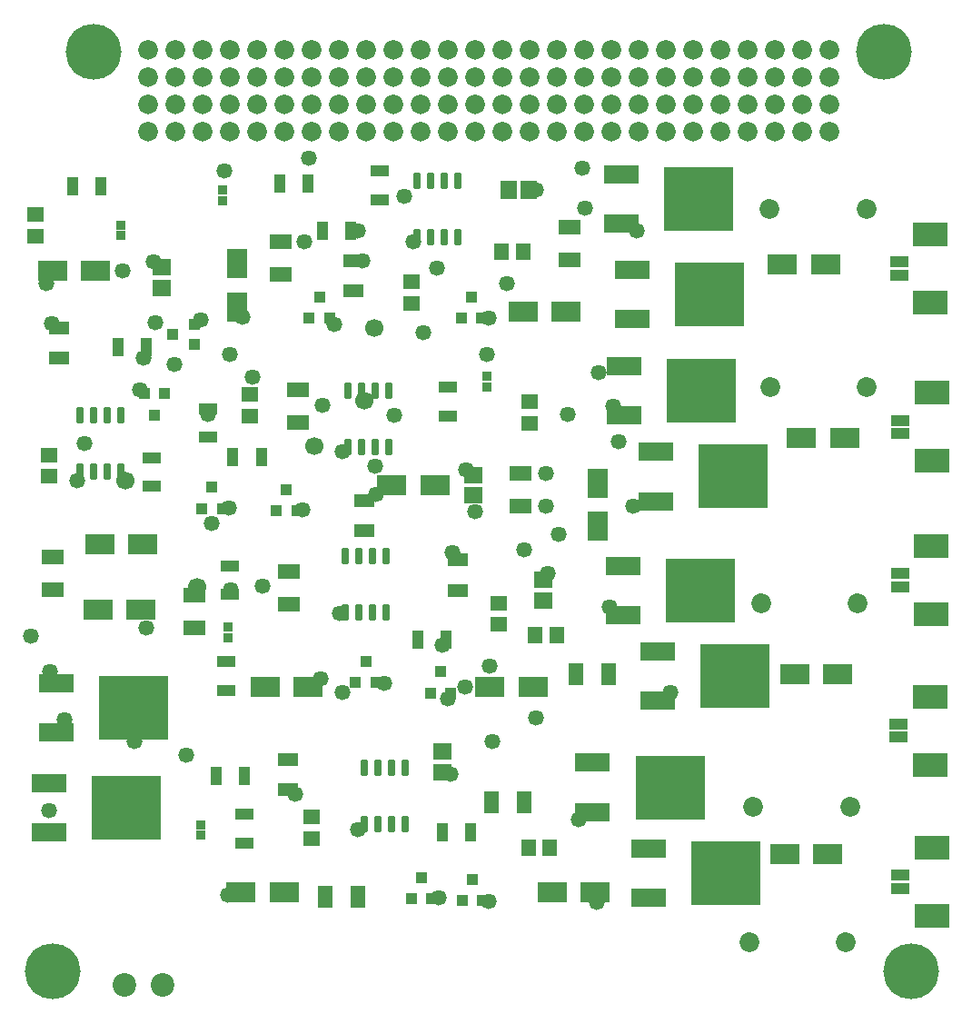
<source format=gts>
G04 Layer_Color=8388736*
%FSLAX42Y42*%
%MOMM*%
G71*
G01*
G75*
%ADD53R,3.20X1.80*%
%ADD54R,6.40X6.00*%
%ADD55R,1.70X1.60*%
%ADD56R,0.92X0.96*%
%ADD57R,2.70X1.90*%
%ADD58R,1.65X1.40*%
%ADD59R,1.05X1.80*%
%ADD60R,3.20X2.30*%
%ADD61R,1.80X1.00*%
%ADD62R,1.80X1.05*%
%ADD63R,1.00X1.10*%
G04:AMPARAMS|DCode=64|XSize=0.75mm|YSize=1.45mm|CornerRadius=0.15mm|HoleSize=0mm|Usage=FLASHONLY|Rotation=180.000|XOffset=0mm|YOffset=0mm|HoleType=Round|Shape=RoundedRectangle|*
%AMROUNDEDRECTD64*
21,1,0.75,1.15,0,0,180.0*
21,1,0.45,1.45,0,0,180.0*
1,1,0.30,-0.23,0.58*
1,1,0.30,0.23,0.58*
1,1,0.30,0.23,-0.58*
1,1,0.30,-0.23,-0.58*
%
%ADD64ROUNDEDRECTD64*%
%ADD65R,1.60X1.70*%
%ADD66R,1.90X1.15*%
%ADD67R,1.10X1.00*%
%ADD68R,1.90X2.70*%
%ADD69R,2.00X1.45*%
%ADD70R,1.45X2.00*%
%ADD71R,1.40X1.65*%
%ADD72C,1.85*%
%ADD73C,2.20*%
%ADD74C,1.83*%
%ADD75C,5.20*%
%ADD76C,1.47*%
%ADD77C,1.70*%
D53*
X5801Y7938D02*
D03*
Y7480D02*
D03*
X5900Y7049D02*
D03*
Y6591D02*
D03*
X5821Y6152D02*
D03*
Y5694D02*
D03*
X6121Y5355D02*
D03*
Y4897D02*
D03*
X5813Y4296D02*
D03*
Y3838D02*
D03*
X6134Y3495D02*
D03*
Y3037D02*
D03*
X6052Y1662D02*
D03*
Y1204D02*
D03*
X461Y2269D02*
D03*
Y1811D02*
D03*
X5532Y2459D02*
D03*
Y2001D02*
D03*
X532Y3201D02*
D03*
Y2743D02*
D03*
D54*
X6521Y7709D02*
D03*
X6620Y6820D02*
D03*
X6540Y5923D02*
D03*
X6841Y5126D02*
D03*
X6533Y4067D02*
D03*
X6854Y3266D02*
D03*
X6772Y1433D02*
D03*
X1181Y2040D02*
D03*
X6252Y2230D02*
D03*
X1252Y2972D02*
D03*
D55*
X1514Y6886D02*
D03*
Y7076D02*
D03*
X4422Y4949D02*
D03*
Y5139D02*
D03*
X5075Y3972D02*
D03*
Y4162D02*
D03*
X4133Y2562D02*
D03*
Y2372D02*
D03*
D56*
X1135Y7470D02*
D03*
Y7372D02*
D03*
X2134Y3723D02*
D03*
Y3625D02*
D03*
X2085Y7797D02*
D03*
Y7699D02*
D03*
X4542Y6062D02*
D03*
Y5964D02*
D03*
X1875Y1880D02*
D03*
Y1782D02*
D03*
D57*
X499Y7046D02*
D03*
X898D02*
D03*
X4883Y6660D02*
D03*
X5283D02*
D03*
X7479Y5484D02*
D03*
X7879D02*
D03*
X3661Y5044D02*
D03*
X4061D02*
D03*
X2877Y3167D02*
D03*
X2477D02*
D03*
X4575D02*
D03*
X4975D02*
D03*
X7412Y3287D02*
D03*
X7812D02*
D03*
X2254Y1252D02*
D03*
X2654D02*
D03*
X923Y3889D02*
D03*
X1323D02*
D03*
X5552Y1252D02*
D03*
X5152D02*
D03*
X1335Y4498D02*
D03*
X935D02*
D03*
X7722Y1608D02*
D03*
X7322D02*
D03*
X7701Y7099D02*
D03*
X7301D02*
D03*
D58*
X338Y7365D02*
D03*
Y7565D02*
D03*
X3843Y6740D02*
D03*
Y6940D02*
D03*
X2332Y5891D02*
D03*
Y5691D02*
D03*
X4656Y3946D02*
D03*
Y3746D02*
D03*
X2913Y1951D02*
D03*
Y1751D02*
D03*
X4940Y5823D02*
D03*
Y5623D02*
D03*
X467Y5327D02*
D03*
Y5127D02*
D03*
D59*
X948Y7833D02*
D03*
X683D02*
D03*
X2878Y7859D02*
D03*
X2613D02*
D03*
X3277Y7419D02*
D03*
X3012D02*
D03*
X2443Y5304D02*
D03*
X2178D02*
D03*
X4169Y3607D02*
D03*
X3904D02*
D03*
X1372Y6335D02*
D03*
X1107D02*
D03*
X4394Y1811D02*
D03*
X4129D02*
D03*
X2286Y2332D02*
D03*
X2021D02*
D03*
D60*
X8692Y5906D02*
D03*
Y5271D02*
D03*
X8677Y7379D02*
D03*
Y6744D02*
D03*
X8684Y4478D02*
D03*
Y3843D02*
D03*
X8674Y3076D02*
D03*
Y2441D02*
D03*
X8692Y1669D02*
D03*
Y1034D02*
D03*
D61*
X8402Y5650D02*
D03*
Y5526D02*
D03*
X8387Y7124D02*
D03*
Y6999D02*
D03*
X8394Y4223D02*
D03*
Y4098D02*
D03*
X8384Y2821D02*
D03*
Y2696D02*
D03*
X8402Y1414D02*
D03*
Y1289D02*
D03*
D62*
X2289Y1977D02*
D03*
Y1712D02*
D03*
X3543Y7971D02*
D03*
Y7706D02*
D03*
X4183Y5957D02*
D03*
Y5692D02*
D03*
X1946Y5491D02*
D03*
Y5756D02*
D03*
X1425Y5299D02*
D03*
Y5034D02*
D03*
X2154Y4291D02*
D03*
Y4026D02*
D03*
X2113Y3399D02*
D03*
Y3134D02*
D03*
D63*
X4317Y1172D02*
D03*
X4507D02*
D03*
X4412Y1372D02*
D03*
X2889Y6601D02*
D03*
X3080D02*
D03*
X2984Y6801D02*
D03*
X4307Y6600D02*
D03*
X4497D02*
D03*
X4402Y6800D02*
D03*
X2583Y4806D02*
D03*
X2773D02*
D03*
X2678Y5006D02*
D03*
X4020Y3107D02*
D03*
X4210D02*
D03*
X4115Y3307D02*
D03*
X1889Y4825D02*
D03*
X2079D02*
D03*
X1984Y5025D02*
D03*
X3321Y3207D02*
D03*
X3511D02*
D03*
X3416Y3407D02*
D03*
X3839Y1192D02*
D03*
X4029D02*
D03*
X3934Y1392D02*
D03*
X1544Y5898D02*
D03*
X1354D02*
D03*
X1449Y5698D02*
D03*
D64*
X4275Y7882D02*
D03*
X4148D02*
D03*
X4021D02*
D03*
X3894D02*
D03*
X4275Y7358D02*
D03*
X4148D02*
D03*
X4021D02*
D03*
X3894D02*
D03*
X3635Y5927D02*
D03*
X3508D02*
D03*
X3381D02*
D03*
X3254D02*
D03*
X3635Y5402D02*
D03*
X3508D02*
D03*
X3381D02*
D03*
X3254D02*
D03*
X3607Y4387D02*
D03*
X3480D02*
D03*
X3353D02*
D03*
X3226D02*
D03*
X3607Y3862D02*
D03*
X3480D02*
D03*
X3353D02*
D03*
X3226D02*
D03*
X3785Y2414D02*
D03*
X3658D02*
D03*
X3531D02*
D03*
X3404D02*
D03*
X3785Y1889D02*
D03*
X3658D02*
D03*
X3531D02*
D03*
X3404D02*
D03*
X1138Y5694D02*
D03*
X1011D02*
D03*
X884D02*
D03*
X757D02*
D03*
X1138Y5169D02*
D03*
X1011D02*
D03*
X884D02*
D03*
X757D02*
D03*
D65*
X4746Y7800D02*
D03*
X4936D02*
D03*
D66*
X3404Y4905D02*
D03*
Y4625D02*
D03*
X4275Y4347D02*
D03*
Y4067D02*
D03*
X2695Y2212D02*
D03*
Y2492D02*
D03*
X554Y6507D02*
D03*
Y6227D02*
D03*
X3305Y7140D02*
D03*
Y6860D02*
D03*
D67*
X1820Y6354D02*
D03*
Y6544D02*
D03*
X1620Y6449D02*
D03*
D68*
X2217Y6709D02*
D03*
Y7109D02*
D03*
X5580Y5064D02*
D03*
Y4664D02*
D03*
D69*
X2624Y7313D02*
D03*
Y7008D02*
D03*
X5316Y7447D02*
D03*
Y7142D02*
D03*
X2784Y5936D02*
D03*
Y5631D02*
D03*
X2697Y4239D02*
D03*
Y3934D02*
D03*
X4862Y5156D02*
D03*
Y4851D02*
D03*
X1821Y4018D02*
D03*
Y3713D02*
D03*
X495Y4374D02*
D03*
Y4069D02*
D03*
D70*
X5375Y3287D02*
D03*
X5680D02*
D03*
X3040Y1212D02*
D03*
X3345D02*
D03*
X4587Y2090D02*
D03*
X4892D02*
D03*
D71*
X4883Y7219D02*
D03*
X4683D02*
D03*
X5194Y3647D02*
D03*
X4994D02*
D03*
X5133Y1671D02*
D03*
X4933D02*
D03*
D72*
X7188Y5964D02*
D03*
X8088D02*
D03*
X8081Y7620D02*
D03*
X7181D02*
D03*
X7104Y3947D02*
D03*
X8004D02*
D03*
X7930Y2052D02*
D03*
X7030D02*
D03*
X6990Y787D02*
D03*
X7890D02*
D03*
D73*
X1171Y391D02*
D03*
X1521D02*
D03*
D74*
X3926Y8338D02*
D03*
Y8592D02*
D03*
X7736Y8846D02*
D03*
Y9100D02*
D03*
Y8338D02*
D03*
Y8592D02*
D03*
X7482Y8846D02*
D03*
Y9100D02*
D03*
Y8338D02*
D03*
Y8592D02*
D03*
X7228Y8846D02*
D03*
Y9100D02*
D03*
Y8338D02*
D03*
Y8592D02*
D03*
X6974Y8846D02*
D03*
Y9100D02*
D03*
Y8338D02*
D03*
Y8592D02*
D03*
X6720Y8846D02*
D03*
Y9100D02*
D03*
Y8338D02*
D03*
Y8592D02*
D03*
X6466Y8846D02*
D03*
Y9100D02*
D03*
Y8338D02*
D03*
Y8592D02*
D03*
X6212Y8846D02*
D03*
Y9100D02*
D03*
Y8338D02*
D03*
Y8592D02*
D03*
X5958Y8846D02*
D03*
Y9100D02*
D03*
Y8338D02*
D03*
Y8592D02*
D03*
X5704Y8846D02*
D03*
Y9100D02*
D03*
Y8338D02*
D03*
Y8592D02*
D03*
X5450Y8846D02*
D03*
Y9100D02*
D03*
Y8338D02*
D03*
Y8592D02*
D03*
X5196Y8846D02*
D03*
Y9100D02*
D03*
Y8338D02*
D03*
Y8592D02*
D03*
X4942Y8846D02*
D03*
Y9100D02*
D03*
Y8338D02*
D03*
Y8592D02*
D03*
X4688Y8846D02*
D03*
Y9100D02*
D03*
Y8338D02*
D03*
Y8592D02*
D03*
X4434Y8846D02*
D03*
Y9100D02*
D03*
Y8338D02*
D03*
Y8592D02*
D03*
X4180Y8846D02*
D03*
Y9100D02*
D03*
Y8338D02*
D03*
Y8592D02*
D03*
X3926Y8846D02*
D03*
Y9100D02*
D03*
X3672Y8338D02*
D03*
Y8592D02*
D03*
Y8846D02*
D03*
Y9100D02*
D03*
X3418Y8338D02*
D03*
Y8592D02*
D03*
Y8846D02*
D03*
Y9100D02*
D03*
X3164Y8338D02*
D03*
Y8592D02*
D03*
Y8846D02*
D03*
Y9100D02*
D03*
X2910Y8338D02*
D03*
Y8592D02*
D03*
Y8846D02*
D03*
Y9100D02*
D03*
X2656Y8338D02*
D03*
Y8592D02*
D03*
Y8846D02*
D03*
Y9100D02*
D03*
X2402Y8338D02*
D03*
Y8592D02*
D03*
Y8846D02*
D03*
Y9100D02*
D03*
X2148Y8338D02*
D03*
Y8592D02*
D03*
Y8846D02*
D03*
Y9100D02*
D03*
X1894Y8338D02*
D03*
Y8592D02*
D03*
Y8846D02*
D03*
Y9100D02*
D03*
X1640Y8338D02*
D03*
Y8592D02*
D03*
Y8846D02*
D03*
Y9100D02*
D03*
X1386Y8338D02*
D03*
Y8592D02*
D03*
Y8846D02*
D03*
Y9100D02*
D03*
D75*
X8246Y9082D02*
D03*
X8498Y514D02*
D03*
X496Y512D02*
D03*
X876Y9082D02*
D03*
D76*
X5464Y7628D02*
D03*
X5946Y7417D02*
D03*
X4729Y6921D02*
D03*
X5433Y8004D02*
D03*
X5573Y1158D02*
D03*
X1882Y6586D02*
D03*
X1260Y2659D02*
D03*
X1745Y2532D02*
D03*
X605Y2858D02*
D03*
X472Y3307D02*
D03*
X724Y5085D02*
D03*
X5004Y2878D02*
D03*
X4133Y3556D02*
D03*
X2156Y4069D02*
D03*
X3015Y5789D02*
D03*
X1943Y5705D02*
D03*
X1148Y7046D02*
D03*
X1458Y6561D02*
D03*
X4595Y2662D02*
D03*
X1984Y4686D02*
D03*
X2365Y6053D02*
D03*
X2149Y6264D02*
D03*
X4542D02*
D03*
X3503Y5222D02*
D03*
X5588Y6096D02*
D03*
X4575Y3360D02*
D03*
X1369Y3713D02*
D03*
X4343Y3167D02*
D03*
X792Y5431D02*
D03*
X3686Y5697D02*
D03*
X4437Y4796D02*
D03*
X2131Y1227D02*
D03*
X5400Y1928D02*
D03*
X3345Y1839D02*
D03*
X2761Y2164D02*
D03*
X2830Y4816D02*
D03*
X3510Y4961D02*
D03*
X5723Y5784D02*
D03*
X5004Y7795D02*
D03*
X3863Y7313D02*
D03*
X4562Y6604D02*
D03*
X3124Y6546D02*
D03*
X490Y6553D02*
D03*
X5687Y3907D02*
D03*
X5116Y4221D02*
D03*
X4227Y4417D02*
D03*
X3175Y3851D02*
D03*
X3200Y3117D02*
D03*
X3592Y3203D02*
D03*
X2995Y3241D02*
D03*
X2271Y6609D02*
D03*
X1438Y7127D02*
D03*
X4351Y5192D02*
D03*
X3386Y7140D02*
D03*
X1633Y6170D02*
D03*
X1308Y5933D02*
D03*
X4178Y3058D02*
D03*
X2139Y4836D02*
D03*
X3203Y5357D02*
D03*
X4209Y2355D02*
D03*
X3340Y7412D02*
D03*
X4084Y7071D02*
D03*
X2845Y7315D02*
D03*
X3774Y7742D02*
D03*
X5296Y5710D02*
D03*
X5773Y5448D02*
D03*
X5215Y4590D02*
D03*
X5098Y4849D02*
D03*
X5905Y4851D02*
D03*
X6253Y3114D02*
D03*
X4892Y4442D02*
D03*
X2452Y4107D02*
D03*
X465Y2014D02*
D03*
X297Y3642D02*
D03*
X2095Y7978D02*
D03*
X439Y6924D02*
D03*
X3950Y6472D02*
D03*
X5100Y5156D02*
D03*
X1349Y6233D02*
D03*
X4094Y1199D02*
D03*
X4559Y1168D02*
D03*
X2885Y8095D02*
D03*
D77*
X3399Y5832D02*
D03*
X3500Y6510D02*
D03*
X1844Y4094D02*
D03*
X1176Y5085D02*
D03*
X2941Y5413D02*
D03*
M02*

</source>
